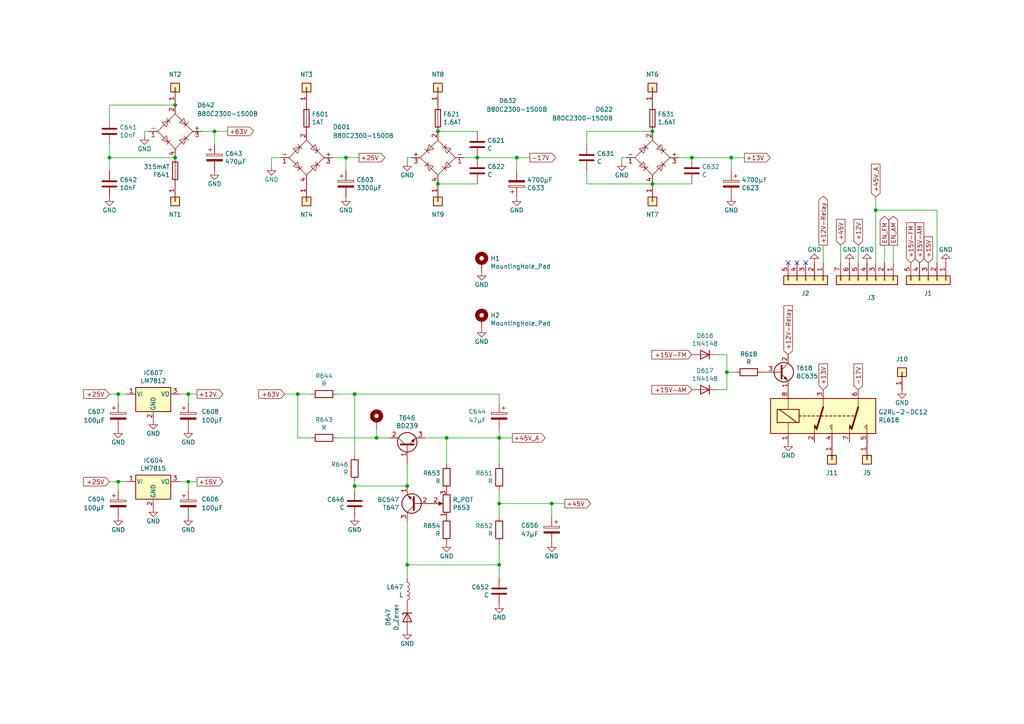
<source format=kicad_sch>
(kicad_sch (version 20230121) (generator eeschema)
  (paper "A4")
  (lib_symbols
    (symbol "Connector_Generic:Conn_01x01" (pin_names (offset 1.016) hide)
      (property "Reference" "J" (at 0 2.54 0))
      (property "Value" "Conn_01x01" (at 0 -2.54 0))
      (symbol "Conn_01x01_1_1"
        (rectangle (start -1.27 0.127) (end 0 -0.127) (stroke (width 0.1524)))
        (rectangle (start -1.27 1.27) (end 1.27 -1.27) (stroke (width 0.254)) (fill (type background)))
        (pin passive line (at -5.08 0 0) (length 3.81) (name "Pin_1") (number "1"))
      )
    )
    (symbol "Connector_Generic:Conn_01x05" (pin_names (offset 1.016) hide)
      (property "Reference" "J" (at 0 7.62 0))
      (property "Value" "Conn_01x05" (at 0 -7.62 0))
      (symbol "Conn_01x05_1_1"
        (rectangle (start -1.27 -4.953) (end 0 -5.207) (stroke (width 0.1524)))
        (rectangle (start -1.27 -2.413) (end 0 -2.667) (stroke (width 0.1524)))
        (rectangle (start -1.27 0.127) (end 0 -0.127) (stroke (width 0.1524)))
        (rectangle (start -1.27 2.667) (end 0 2.413) (stroke (width 0.1524)))
        (rectangle (start -1.27 5.207) (end 0 4.953) (stroke (width 0.1524)))
        (rectangle (start -1.27 6.35) (end 1.27 -6.35) (stroke (width 0.254)) (fill (type background)))
        (pin passive line (at -5.08 5.08 0) (length 3.81) (name "Pin_1") (number "1"))
        (pin passive line (at -5.08 2.54 0) (length 3.81) (name "Pin_2") (number "2"))
        (pin passive line (at -5.08 0 0) (length 3.81) (name "Pin_3") (number "3"))
        (pin passive line (at -5.08 -2.54 0) (length 3.81) (name "Pin_4") (number "4"))
        (pin passive line (at -5.08 -5.08 0) (length 3.81) (name "Pin_5") (number "5"))
      )
    )
    (symbol "Connector_Generic:Conn_01x07" (pin_names (offset 1.016) hide)
      (property "Reference" "J" (at 0 10.16 0))
      (property "Value" "Conn_01x07" (at 0 -10.16 0))
      (symbol "Conn_01x07_1_1"
        (rectangle (start -1.27 -7.493) (end 0 -7.747) (stroke (width 0.1524)))
        (rectangle (start -1.27 -4.953) (end 0 -5.207) (stroke (width 0.1524)))
        (rectangle (start -1.27 -2.413) (end 0 -2.667) (stroke (width 0.1524)))
        (rectangle (start -1.27 0.127) (end 0 -0.127) (stroke (width 0.1524)))
        (rectangle (start -1.27 2.667) (end 0 2.413) (stroke (width 0.1524)))
        (rectangle (start -1.27 5.207) (end 0 4.953) (stroke (width 0.1524)))
        (rectangle (start -1.27 7.747) (end 0 7.493) (stroke (width 0.1524)))
        (rectangle (start -1.27 8.89) (end 1.27 -8.89) (stroke (width 0.254)) (fill (type background)))
        (pin passive line (at -5.08 7.62 0) (length 3.81) (name "Pin_1") (number "1"))
        (pin passive line (at -5.08 5.08 0) (length 3.81) (name "Pin_2") (number "2"))
        (pin passive line (at -5.08 2.54 0) (length 3.81) (name "Pin_3") (number "3"))
        (pin passive line (at -5.08 0 0) (length 3.81) (name "Pin_4") (number "4"))
        (pin passive line (at -5.08 -2.54 0) (length 3.81) (name "Pin_5") (number "5"))
        (pin passive line (at -5.08 -5.08 0) (length 3.81) (name "Pin_6") (number "6"))
        (pin passive line (at -5.08 -7.62 0) (length 3.81) (name "Pin_7") (number "7"))
      )
    )
    (symbol "Device:C" (pin_numbers hide) (pin_names (offset 0.254))
      (property "Reference" "C" (at 0.635 2.54 0))
      (property "Value" "C" (at 0.635 -2.54 0))
      (symbol "C_0_1"
        (polyline (pts (xy -2.032 -0.762) (xy 2.032 -0.762)) (stroke (width 0.508)))
        (polyline (pts (xy -2.032 0.762) (xy 2.032 0.762)) (stroke (width 0.508)))
      )
      (symbol "C_1_1"
        (pin passive line (at 0 3.81 270) (length 2.794) (name "~") (number "1"))
        (pin passive line (at 0 -3.81 90) (length 2.794) (name "~") (number "2"))
      )
    )
    (symbol "Device:D_Zener" (pin_numbers hide) (pin_names (offset 1.016) hide)
      (property "Reference" "D" (at 0 2.54 0))
      (property "Value" "D_Zener" (at 0 -2.54 0))
      (symbol "D_Zener_0_1"
        (polyline (pts (xy 1.27 0) (xy -1.27 0)))
        (polyline (pts (xy -1.27 -1.27) (xy -1.27 1.27) (xy -0.762 1.27)) (stroke (width 0.254)))
        (polyline (pts (xy 1.27 -1.27) (xy 1.27 1.27) (xy -1.27 0) (xy 1.27 -1.27)) (stroke (width 0.254)))
      )
      (symbol "D_Zener_1_1"
        (pin passive line (at -3.81 0 0) (length 2.54) (name "K") (number "1"))
        (pin passive line (at 3.81 0 180) (length 2.54) (name "A") (number "2"))
      )
    )
    (symbol "Device:Fuse" (pin_numbers hide) (pin_names (offset 0))
      (property "Reference" "F" (at 2.032 0 90))
      (property "Value" "Fuse" (at -1.905 0 90))
      (symbol "Fuse_0_1"
        (rectangle (start -0.762 -2.54) (end 0.762 2.54) (stroke (width 0.254)))
        (polyline (pts (xy 0 2.54) (xy 0 -2.54)))
      )
      (symbol "Fuse_1_1"
        (pin passive line (at 0 3.81 270) (length 1.27) (name "~") (number "1"))
        (pin passive line (at 0 -3.81 90) (length 1.27) (name "~") (number "2"))
      )
    )
    (symbol "Device:L" (pin_numbers hide) (pin_names (offset 1.016) hide)
      (property "Reference" "L" (at -1.27 0 90))
      (property "Value" "L" (at 1.905 0 90))
      (symbol "L_0_1"
        (arc (start 0 -2.54) (mid 0.6323 -1.905) (end 0 -1.27))
        (arc (start 0 -1.27) (mid 0.6323 -0.635) (end 0 0))
        (arc (start 0 0) (mid 0.6323 0.635) (end 0 1.27))
        (arc (start 0 1.27) (mid 0.6323 1.905) (end 0 2.54))
      )
      (symbol "L_1_1"
        (pin passive line (at 0 3.81 270) (length 1.27) (name "1") (number "1"))
        (pin passive line (at 0 -3.81 90) (length 1.27) (name "2") (number "2"))
      )
    )
    (symbol "Device:R" (pin_numbers hide) (pin_names (offset 0))
      (property "Reference" "R" (at 2.032 0 90))
      (property "Value" "R" (at 0 0 90))
      (symbol "R_0_1"
        (rectangle (start -1.016 -2.54) (end 1.016 2.54) (stroke (width 0.254)))
      )
      (symbol "R_1_1"
        (pin passive line (at 0 3.81 270) (length 1.27) (name "~") (number "1"))
        (pin passive line (at 0 -3.81 90) (length 1.27) (name "~") (number "2"))
      )
    )
    (symbol "Diode:1N4148" (pin_numbers hide) (pin_names hide)
      (property "Reference" "D" (at 0 2.54 0))
      (property "Value" "1N4148" (at 0 -2.54 0))
      (symbol "1N4148_0_1"
        (polyline (pts (xy -1.27 1.27) (xy -1.27 -1.27)) (stroke (width 0.254)))
        (polyline (pts (xy 1.27 0) (xy -1.27 0)))
        (polyline (pts (xy 1.27 1.27) (xy 1.27 -1.27) (xy -1.27 0) (xy 1.27 1.27)) (stroke (width 0.254)))
      )
      (symbol "1N4148_1_1"
        (pin passive line (at -3.81 0 0) (length 2.54) (name "K") (number "1"))
        (pin passive line (at 3.81 0 180) (length 2.54) (name "A") (number "2"))
      )
    )
    (symbol "Diode_Bridge:B80C2300-1500B" (pin_names (offset 0))
      (property "Reference" "D" (at 2.54 6.985 0))
      (property "Value" "B80C2300-1500B" (at 2.54 5.08 0))
      (symbol "B80C2300-1500B_0_1"
        (polyline (pts (xy -2.54 3.81) (xy -1.27 2.54)))
        (polyline (pts (xy -1.27 -2.54) (xy -2.54 -3.81)))
        (polyline (pts (xy 2.54 -1.27) (xy 3.81 -2.54)))
        (polyline (pts (xy 2.54 1.27) (xy 3.81 2.54)))
        (polyline (pts (xy -3.81 2.54) (xy -2.54 1.27) (xy -1.905 3.175) (xy -3.81 2.54)))
        (polyline (pts (xy -2.54 -1.27) (xy -3.81 -2.54) (xy -1.905 -3.175) (xy -2.54 -1.27)))
        (polyline (pts (xy 1.27 2.54) (xy 2.54 3.81) (xy 3.175 1.905) (xy 1.27 2.54)))
        (polyline (pts (xy 3.175 -1.905) (xy 1.27 -2.54) (xy 2.54 -3.81) (xy 3.175 -1.905)))
        (polyline (pts (xy -5.08 0) (xy 0 -5.08) (xy 5.08 0) (xy 0 5.08) (xy -5.08 0)))
      )
      (symbol "B80C2300-1500B_1_1"
        (pin passive line (at -7.62 0 0) (length 2.54) (name "-") (number "1"))
        (pin passive line (at 0 7.62 270) (length 2.54) (name "~") (number "2"))
        (pin passive line (at 7.62 0 180) (length 2.54) (name "+") (number "3"))
        (pin passive line (at 0 -7.62 90) (length 2.54) (name "~") (number "4"))
      )
    )
    (symbol "Mechanical:MountingHole_Pad" (pin_numbers hide) (pin_names (offset 1.016) hide)
      (property "Reference" "H" (at 0 6.35 0))
      (property "Value" "MountingHole_Pad" (at 0 4.445 0))
      (symbol "MountingHole_Pad_0_1"
        (circle (center 0 1.27) (radius 1.27) (stroke (width 1.27)))
      )
      (symbol "MountingHole_Pad_1_1"
        (pin input line (at 0 -2.54 90) (length 2.54) (name "1") (number "1"))
      )
    )
    (symbol "Netzteil-Modul-rescue:BC547-Transistor_BJT" (pin_names (offset 0) hide)
      (property "Reference" "Q" (at 5.08 1.905 0))
      (property "Value" "BC547-Transistor_BJT" (at 5.08 0 0))
      (symbol "BC547-Transistor_BJT_0_1"
        (polyline (pts (xy 0 0) (xy 0.635 0)))
        (polyline (pts (xy 0.635 0.635) (xy 2.54 2.54)))
        (polyline (pts (xy 0.635 -0.635) (xy 2.54 -2.54) (xy 2.54 -2.54)))
        (polyline (pts (xy 0.635 1.905) (xy 0.635 -1.905) (xy 0.635 -1.905)) (stroke (width 0.508)))
        (polyline (pts (xy 1.27 -1.778) (xy 1.778 -1.27) (xy 2.286 -2.286) (xy 1.27 -1.778) (xy 1.27 -1.778)) (fill (type outline)))
        (circle (center 1.27 0) (radius 2.8194) (stroke (width 0.254)))
      )
      (symbol "BC547-Transistor_BJT_1_1"
        (pin passive line (at 2.54 -5.08 90) (length 2.54) (name "E") (number "1"))
        (pin input line (at -5.08 0 0) (length 5.08) (name "B") (number "2"))
        (pin passive line (at 2.54 5.08 270) (length 2.54) (name "C") (number "3"))
      )
    )
    (symbol "Netzteil-Modul-rescue:BC635-Transistor_BJT" (pin_names (offset 0) hide)
      (property "Reference" "Q" (at 5.08 1.905 0))
      (property "Value" "BC635-Transistor_BJT" (at 5.08 0 0))
      (symbol "BC635-Transistor_BJT_0_1"
        (polyline (pts (xy 0 0) (xy 0.635 0)))
        (polyline (pts (xy 0.635 0.635) (xy 2.54 2.54)))
        (polyline (pts (xy 0.635 -0.635) (xy 2.54 -2.54) (xy 2.54 -2.54)))
        (polyline (pts (xy 0.635 1.905) (xy 0.635 -1.905) (xy 0.635 -1.905)) (stroke (width 0.508)))
        (polyline (pts (xy 1.27 -1.778) (xy 1.778 -1.27) (xy 2.286 -2.286) (xy 1.27 -1.778) (xy 1.27 -1.778)) (fill (type outline)))
        (circle (center 1.27 0) (radius 2.8194) (stroke (width 0.254)))
      )
      (symbol "BC635-Transistor_BJT_1_1"
        (pin passive line (at 2.54 -5.08 90) (length 2.54) (name "E") (number "1"))
        (pin passive line (at 2.54 5.08 270) (length 2.54) (name "C") (number "2"))
        (pin input line (at -5.08 0 0) (length 5.08) (name "B") (number "3"))
      )
    )
    (symbol "Netzteil-Modul-rescue:CP-Device" (pin_numbers hide) (pin_names (offset 0.254))
      (property "Reference" "C" (at 0.635 2.54 0))
      (property "Value" "CP-Device" (at 0.635 -2.54 0))
      (symbol "CP-Device_0_1"
        (rectangle (start -2.286 0.508) (end 2.286 1.016))
        (polyline (pts (xy -1.778 2.286) (xy -0.762 2.286)))
        (polyline (pts (xy -1.27 2.794) (xy -1.27 1.778)))
        (rectangle (start 2.286 -0.508) (end -2.286 -1.016) (fill (type outline)))
      )
      (symbol "CP-Device_1_1"
        (pin passive line (at 0 3.81 270) (length 2.794) (name "~") (number "1"))
        (pin passive line (at 0 -3.81 90) (length 2.794) (name "~") (number "2"))
      )
    )
    (symbol "Netzteil-Modul-rescue:R_POT-Device" (pin_names (offset 1.016) hide)
      (property "Reference" "RV" (at -4.445 0 90))
      (property "Value" "R_POT-Device" (at -2.54 0 90))
      (symbol "R_POT-Device_0_1"
        (polyline (pts (xy 2.54 0) (xy 1.524 0)))
        (polyline (pts (xy 1.143 0) (xy 2.286 0.508) (xy 2.286 -0.508) (xy 1.143 0)) (fill (type outline)))
        (rectangle (start 1.016 2.54) (end -1.016 -2.54) (stroke (width 0.254)))
      )
      (symbol "R_POT-Device_1_1"
        (pin passive line (at 0 3.81 270) (length 1.27) (name "1") (number "1"))
        (pin passive line (at 3.81 0 180) (length 1.27) (name "2") (number "2"))
        (pin passive line (at 0 -3.81 90) (length 1.27) (name "3") (number "3"))
      )
    )
    (symbol "Regulator_Linear:LM7812_TO220" (pin_names (offset 0.254))
      (property "Reference" "U" (at -3.81 3.175 0))
      (property "Value" "LM7812_TO220" (at 0 3.175 0))
      (symbol "LM7812_TO220_0_1"
        (rectangle (start -5.08 1.905) (end 5.08 -5.08) (stroke (width 0.254)) (fill (type background)))
      )
      (symbol "LM7812_TO220_1_1"
        (pin power_in line (at -7.62 0 0) (length 2.54) (name "VI") (number "1"))
        (pin power_in line (at 0 -7.62 90) (length 2.54) (name "GND") (number "2"))
        (pin power_out line (at 7.62 0 180) (length 2.54) (name "VO") (number "3"))
      )
    )
    (symbol "Regulator_Linear:LM7815_TO220" (pin_names (offset 0.254))
      (property "Reference" "U" (at -3.81 3.175 0))
      (property "Value" "LM7815_TO220" (at 0 3.175 0))
      (symbol "LM7815_TO220_0_1"
        (rectangle (start -5.08 1.905) (end 5.08 -5.08) (stroke (width 0.254)) (fill (type background)))
      )
      (symbol "LM7815_TO220_1_1"
        (pin power_in line (at -7.62 0 0) (length 2.54) (name "VI") (number "1"))
        (pin power_in line (at 0 -7.62 90) (length 2.54) (name "GND") (number "2"))
        (pin power_out line (at 7.62 0 180) (length 2.54) (name "VO") (number "3"))
      )
    )
    (symbol "Relay:G2RL-2-DC12"
      (property "Reference" "RL" (at 16.51 3.81 0))
      (property "Value" "G2RL-2-DC12" (at 16.51 1.27 0))
      (symbol "G2RL-2-DC12_0_1"
        (rectangle (start -15.24 5.08) (end 15.24 -5.08) (stroke (width 0.254)) (fill (type background)))
        (rectangle (start -13.335 1.905) (end -6.985 -1.905) (stroke (width 0.254)))
        (polyline (pts (xy -12.7 -1.905) (xy -7.62 1.905)) (stroke (width 0.254)))
        (polyline (pts (xy -10.16 -5.08) (xy -10.16 -1.905)))
        (polyline (pts (xy -10.16 5.08) (xy -10.16 1.905)))
        (polyline (pts (xy -6.985 0) (xy -6.35 0)) (stroke (width 0.254)))
        (polyline (pts (xy -5.715 0) (xy -5.08 0)) (stroke (width 0.254)))
        (polyline (pts (xy -4.445 0) (xy -3.81 0)) (stroke (width 0.254)))
        (polyline (pts (xy -3.175 0) (xy -2.54 0)) (stroke (width 0.254)))
        (polyline (pts (xy -1.905 0) (xy -1.27 0)) (stroke (width 0.254)))
        (polyline (pts (xy -0.635 0) (xy 0 0)) (stroke (width 0.254)))
        (polyline (pts (xy 0 -2.54) (xy -1.905 3.81)) (stroke (width 0.508)))
        (polyline (pts (xy 0 -2.54) (xy 0 -5.08)))
        (polyline (pts (xy 0.635 0) (xy 1.27 0)) (stroke (width 0.254)))
        (polyline (pts (xy 1.905 0) (xy 2.54 0)) (stroke (width 0.254)))
        (polyline (pts (xy 3.175 0) (xy 3.81 0)) (stroke (width 0.254)))
        (polyline (pts (xy 4.445 0) (xy 5.08 0)) (stroke (width 0.254)))
        (polyline (pts (xy 5.715 0) (xy 6.35 0)) (stroke (width 0.254)))
        (polyline (pts (xy 6.985 0) (xy 7.62 0)) (stroke (width 0.254)))
        (polyline (pts (xy 8.255 0) (xy 8.89 0)) (stroke (width 0.254)))
        (polyline (pts (xy 10.16 -2.54) (xy 8.255 3.81)) (stroke (width 0.508)))
        (polyline (pts (xy 10.16 -2.54) (xy 10.16 -5.08)))
        (polyline (pts (xy -2.54 5.08) (xy -2.54 2.54) (xy -1.905 3.175) (xy -2.54 3.81)) (fill (type outline)))
        (polyline (pts (xy 2.54 5.08) (xy 2.54 2.54) (xy 1.905 3.175) (xy 2.54 3.81)))
        (polyline (pts (xy 7.62 5.08) (xy 7.62 2.54) (xy 8.255 3.175) (xy 7.62 3.81)) (fill (type outline)))
        (polyline (pts (xy 12.7 5.08) (xy 12.7 2.54) (xy 12.065 3.175) (xy 12.7 3.81)))
      )
      (symbol "G2RL-2-DC12_1_1"
        (pin passive line (at -10.16 7.62 270) (length 2.54) (name "~") (number "1"))
        (pin passive line (at -2.54 7.62 270) (length 2.54) (name "~") (number "2"))
        (pin passive line (at 0 -7.62 90) (length 2.54) (name "~") (number "3"))
        (pin passive line (at 2.54 7.62 270) (length 2.54) (name "~") (number "4"))
        (pin passive line (at 12.7 7.62 270) (length 2.54) (name "~") (number "5"))
        (pin passive line (at 10.16 -7.62 90) (length 2.54) (name "~") (number "6"))
        (pin passive line (at 7.62 7.62 270) (length 2.54) (name "~") (number "7"))
        (pin passive line (at -10.16 -7.62 90) (length 2.54) (name "~") (number "8"))
      )
    )
    (symbol "Transistor_BJT:BC636" (pin_names (offset 0) hide)
      (property "Reference" "Q" (at 5.08 1.905 0))
      (property "Value" "BC636" (at 5.08 0 0))
      (symbol "BC636_0_1"
        (polyline (pts (xy 0 0) (xy 0.635 0)))
        (polyline (pts (xy 2.54 -2.54) (xy 0.635 -0.635)))
        (polyline (pts (xy 2.54 2.54) (xy 0.635 0.635)))
        (polyline (pts (xy 0.635 1.905) (xy 0.635 -1.905) (xy 0.635 -1.905)) (stroke (width 0.508)) (fill (type outline)))
        (polyline (pts (xy 1.397 -1.905) (xy 1.905 -1.397) (xy 0.889 -0.889) (xy 1.397 -1.905) (xy 1.397 -1.905)) (fill (type outline)))
        (circle (center 1.27 0) (radius 2.8194) (stroke (width 0.254)))
      )
      (symbol "BC636_1_1"
        (pin passive line (at 2.54 -5.08 90) (length 2.54) (name "E") (number "1"))
        (pin passive line (at 2.54 5.08 270) (length 2.54) (name "C") (number "2"))
        (pin input line (at -5.08 0 0) (length 5.08) (name "B") (number "3"))
      )
    )
    (symbol "Transistor_BJT:BD911" (pin_names (offset 0) hide)
      (property "Reference" "Q" (at 6.35 1.905 0))
      (property "Value" "BD911" (at 6.35 0 0))
      (symbol "BD911_0_1"
        (polyline (pts (xy 0.635 0.635) (xy 2.54 2.54)))
        (polyline (pts (xy 0.635 -0.635) (xy 2.54 -2.54) (xy 2.54 -2.54)))
        (polyline (pts (xy 0.635 1.905) (xy 0.635 -1.905) (xy 0.635 -1.905)) (stroke (width 0.508)))
        (polyline (pts (xy 1.27 -1.778) (xy 1.778 -1.27) (xy 2.286 -2.286) (xy 1.27 -1.778) (xy 1.27 -1.778)) (fill (type outline)))
        (circle (center 1.27 0) (radius 2.8194) (stroke (width 0.254)))
      )
      (symbol "BD911_1_1"
        (pin input line (at -5.08 0 0) (length 5.715) (name "B") (number "1"))
        (pin passive line (at 2.54 5.08 270) (length 2.54) (name "C") (number "2"))
        (pin passive line (at 2.54 -5.08 90) (length 2.54) (name "E") (number "3"))
      )
    )
    (symbol "power:GND" (power) (pin_names (offset 0))
      (property "Value" "GND" (at 0 -3.81 0))
      (symbol "GND_0_1"
        (polyline (pts (xy 0 0) (xy 0 -1.27) (xy 1.27 -1.27) (xy 0 -2.54) (xy -1.27 -1.27) (xy 0 -1.27)))
      )
      (symbol "GND_1_1"
        (pin power_in line (at 0 0 270) (length 0) hide (name "GND") (number "1"))
      )
    )
  )
  (junction (at 189.23 38.1))
  (junction (at 212.09 45.72))
  (junction (at 138.43 45.72))
  (junction (at 54.61 114.3))
  (junction (at 109.22 127))
  (junction (at 160.02 146.05))
  (junction (at 31.75 45.72))
  (junction (at 29.21 233.68))
  (junction (at 88.9 232.41))
  (junction (at 102.87 114.3))
  (junction (at 54.61 139.7))
  (junction (at 62.23 38.1))
  (junction (at 118.11 163.83))
  (junction (at 50.8 45.72))
  (junction (at 200.66 45.72))
  (junction (at 29.21 241.3))
  (junction (at 144.78 163.83))
  (junction (at 129.54 127))
  (junction (at 100.33 45.72))
  (junction (at 34.29 139.7))
  (junction (at 86.36 114.3))
  (junction (at 127 53.34))
  (junction (at 149.86 45.72))
  (junction (at 144.78 127))
  (junction (at 254 60.96))
  (junction (at 127 38.1))
  (junction (at 210.82 107.95))
  (junction (at 118.11 140.97))
  (junction (at 88.9 240.03))
  (junction (at 34.29 114.3))
  (junction (at 189.23 53.34))
  (junction (at 50.8 30.48))
  (junction (at 102.87 140.97))
  (junction (at 144.78 146.05))
  (no_connect (at 228.6 76.2))
  (no_connect (at 231.14 76.2))
  (no_connect (at 233.68 76.2))
  (wire (pts (xy 149.86 45.72) (xy 138.43 45.72)))
  (wire (pts (xy 210.82 113.03) (xy 208.28 113.03)))
  (wire (pts (xy 144.78 146.05) (xy 144.78 149.86)))
  (wire (pts (xy 153.67 45.72) (xy 149.86 45.72)))
  (wire (pts (xy 129.54 127) (xy 123.19 127)))
  (wire (pts (xy 212.09 45.72) (xy 200.66 45.72)))
  (wire (pts (xy 50.8 30.48) (xy 31.75 30.48)))
  (wire (pts (xy 243.84 71.12) (xy 243.84 76.2)))
  (wire (pts (xy 34.29 116.84) (xy 34.29 114.3)))
  (wire (pts (xy 34.29 114.3) (xy 36.83 114.3)))
  (wire (pts (xy 118.11 151.13) (xy 118.11 163.83)))
  (wire (pts (xy 144.78 127) (xy 129.54 127)))
  (wire (pts (xy 102.87 114.3) (xy 144.78 114.3)))
  (wire (pts (xy 118.11 163.83) (xy 118.11 167.64)))
  (wire (pts (xy 52.07 114.3) (xy 54.61 114.3)))
  (wire (pts (xy 34.29 139.7) (xy 36.83 139.7)))
  (wire (pts (xy 181.61 45.72) (xy 180.34 45.72)))
  (wire (pts (xy 271.78 60.96) (xy 271.78 76.2)))
  (wire (pts (xy 50.8 45.72) (xy 31.75 45.72)))
  (wire (pts (xy 144.78 163.83) (xy 144.78 167.64)))
  (wire (pts (xy 109.22 124.46) (xy 109.22 127)))
  (wire (pts (xy 256.54 71.12) (xy 256.54 76.2)))
  (wire (pts (xy 118.11 134.62) (xy 118.11 140.97)))
  (wire (pts (xy 41.91 38.1) (xy 41.91 39.37)))
  (wire (pts (xy 100.33 45.72) (xy 96.52 45.72)))
  (wire (pts (xy 102.87 132.08) (xy 102.87 114.3)))
  (wire (pts (xy 160.02 146.05) (xy 144.78 146.05)))
  (wire (pts (xy 170.18 41.91) (xy 170.18 38.1)))
  (wire (pts (xy 180.34 45.72) (xy 180.34 46.99)))
  (wire (pts (xy 31.75 139.7) (xy 34.29 139.7)))
  (wire (pts (xy 208.28 102.87) (xy 210.82 102.87)))
  (wire (pts (xy 149.86 49.53) (xy 149.86 45.72)))
  (wire (pts (xy 102.87 140.97) (xy 102.87 142.24)))
  (wire (pts (xy 100.33 49.53) (xy 100.33 45.72)))
  (wire (pts (xy 109.22 127) (xy 97.79 127)))
  (wire (pts (xy 170.18 49.53) (xy 170.18 53.34)))
  (wire (pts (xy 31.75 41.91) (xy 31.75 45.72)))
  (wire (pts (xy 148.59 127) (xy 144.78 127)))
  (wire (pts (xy 213.36 107.95) (xy 210.82 107.95)))
  (wire (pts (xy 66.04 38.1) (xy 62.23 38.1)))
  (wire (pts (xy 160.02 149.86) (xy 160.02 146.05)))
  (wire (pts (xy 31.75 45.72) (xy 31.75 49.53)))
  (wire (pts (xy 215.9 45.72) (xy 212.09 45.72)))
  (wire (pts (xy 119.38 45.72) (xy 118.11 45.72)))
  (wire (pts (xy 144.78 114.3) (xy 144.78 116.84)))
  (wire (pts (xy 54.61 116.84) (xy 54.61 114.3)))
  (wire (pts (xy 170.18 53.34) (xy 189.23 53.34)))
  (wire (pts (xy 78.74 48.26) (xy 78.74 45.72)))
  (wire (pts (xy 210.82 102.87) (xy 210.82 107.95)))
  (wire (pts (xy 82.55 114.3) (xy 86.36 114.3)))
  (wire (pts (xy 86.36 232.41) (xy 88.9 232.41)))
  (wire (pts (xy 26.67 233.68) (xy 29.21 233.68)))
  (wire (pts (xy 29.21 241.3) (xy 40.64 241.3)))
  (wire (pts (xy 144.78 142.24) (xy 144.78 146.05)))
  (wire (pts (xy 113.03 127) (xy 109.22 127)))
  (wire (pts (xy 102.87 139.7) (xy 102.87 140.97)))
  (wire (pts (xy 138.43 53.34) (xy 127 53.34)))
  (wire (pts (xy 54.61 114.3) (xy 57.15 114.3)))
  (wire (pts (xy 210.82 107.95) (xy 210.82 113.03)))
  (wire (pts (xy 29.21 233.68) (xy 35.56 233.68)))
  (wire (pts (xy 170.18 38.1) (xy 189.23 38.1)))
  (wire (pts (xy 86.36 114.3) (xy 86.36 127)))
  (wire (pts (xy 54.61 142.24) (xy 54.61 139.7)))
  (wire (pts (xy 43.18 38.1) (xy 41.91 38.1)))
  (wire (pts (xy 254 76.2) (xy 254 60.96)))
  (wire (pts (xy 62.23 41.91) (xy 62.23 38.1)))
  (wire (pts (xy 104.14 45.72) (xy 100.33 45.72)))
  (wire (pts (xy 134.62 45.72) (xy 138.43 45.72)))
  (wire (pts (xy 238.76 71.12) (xy 238.76 76.2)))
  (wire (pts (xy 31.75 114.3) (xy 34.29 114.3)))
  (wire (pts (xy 118.11 163.83) (xy 144.78 163.83)))
  (wire (pts (xy 259.08 71.12) (xy 259.08 76.2)))
  (wire (pts (xy 196.85 45.72) (xy 200.66 45.72)))
  (wire (pts (xy 86.36 127) (xy 90.17 127)))
  (wire (pts (xy 144.78 157.48) (xy 144.78 163.83)))
  (wire (pts (xy 88.9 240.03) (xy 100.33 240.03)))
  (wire (pts (xy 118.11 140.97) (xy 102.87 140.97)))
  (wire (pts (xy 163.83 146.05) (xy 160.02 146.05)))
  (wire (pts (xy 62.23 38.1) (xy 58.42 38.1)))
  (wire (pts (xy 97.79 114.3) (xy 102.87 114.3)))
  (wire (pts (xy 212.09 49.53) (xy 212.09 45.72)))
  (wire (pts (xy 52.07 139.7) (xy 54.61 139.7)))
  (wire (pts (xy 144.78 127) (xy 144.78 134.62)))
  (wire (pts (xy 31.75 30.48) (xy 31.75 34.29)))
  (wire (pts (xy 144.78 124.46) (xy 144.78 127)))
  (wire (pts (xy 248.92 71.12) (xy 248.92 76.2)))
  (wire (pts (xy 54.61 139.7) (xy 57.15 139.7)))
  (wire (pts (xy 78.74 45.72) (xy 81.28 45.72)))
  (wire (pts (xy 118.11 45.72) (xy 118.11 46.99)))
  (wire (pts (xy 127 38.1) (xy 138.43 38.1)))
  (wire (pts (xy 88.9 232.41) (xy 95.25 232.41)))
  (wire (pts (xy 34.29 142.24) (xy 34.29 139.7)))
  (wire (pts (xy 189.23 53.34) (xy 200.66 53.34)))
  (wire (pts (xy 254 57.15) (xy 254 60.96)))
  (wire (pts (xy 129.54 134.62) (xy 129.54 127)))
  (wire (pts (xy 90.17 114.3) (xy 86.36 114.3)))
  (wire (pts (xy 254 60.96) (xy 271.78 60.96)))
  (global_label "+25V" (shape input) (at 31.75 139.7 180) (property "Intersheetrefs" "${INTERSHEET_REFS}" (effects hide)))
  (global_label "+45V" (shape output) (at 163.83 146.05 0) (property "Intersheetrefs" "${INTERSHEET_REFS}" (effects hide)))
  (global_label "+15V-FM" (shape output) (at 45.72 233.68 0) (property "Intersheetrefs" "${INTERSHEET_REFS}" (effects hide)))
  (global_label "+63V" (shape output) (at 66.04 38.1 0) (property "Intersheetrefs" "${INTERSHEET_REFS}" (effects hide)))
  (global_label "+15V" (shape input) (at 26.67 233.68 180) (property "Intersheetrefs" "${INTERSHEET_REFS}" (effects hide)))
  (global_label "EN_FM" (shape output) (at 256.54 71.12 90) (property "Intersheetrefs" "${INTERSHEET_REFS}" (effects hide)))
  (global_label "-17V" (shape input) (at 248.92 113.03 90) (property "Intersheetrefs" "${INTERSHEET_REFS}" (effects hide)))
  (global_label "+25V" (shape output) (at 104.14 45.72 0) (property "Intersheetrefs" "${INTERSHEET_REFS}" (effects hide)))
  (global_label "+15V" (shape output) (at 57.15 139.7 0) (property "Intersheetrefs" "${INTERSHEET_REFS}" (effects hide)))
  (global_label "+63V" (shape input) (at 82.55 114.3 180) (property "Intersheetrefs" "${INTERSHEET_REFS}" (effects hide)))
  (global_label "+15V-AM" (shape input) (at 200.66 113.03 180) (property "Intersheetrefs" "${INTERSHEET_REFS}" (effects hide)))
  (global_label "+12V-Relay" (shape input) (at 228.6 102.87 90) (property "Intersheetrefs" "${INTERSHEET_REFS}" (effects hide)))
  (global_label "+45V" (shape input) (at 243.84 71.12 90) (property "Intersheetrefs" "${INTERSHEET_REFS}" (effects hide)))
  (global_label "+15V-AM" (shape input) (at 266.7 76.2 90) (property "Intersheetrefs" "${INTERSHEET_REFS}" (effects hide)))
  (global_label "+25V" (shape input) (at 31.75 114.3 180) (property "Intersheetrefs" "${INTERSHEET_REFS}" (effects hide)))
  (global_label "+15V-AM" (shape output) (at 105.41 232.41 0) (property "Intersheetrefs" "${INTERSHEET_REFS}" (effects hide)))
  (global_label "+12V" (shape input) (at 248.92 71.12 90) (property "Intersheetrefs" "${INTERSHEET_REFS}" (effects hide)))
  (global_label "+15V-FM" (shape input) (at 200.66 102.87 180) (property "Intersheetrefs" "${INTERSHEET_REFS}" (effects hide)))
  (global_label "EN_AM" (shape output) (at 259.08 71.12 90) (property "Intersheetrefs" "${INTERSHEET_REFS}" (effects hide)))
  (global_label "+13V" (shape output) (at 215.9 45.72 0) (property "Intersheetrefs" "${INTERSHEET_REFS}" (effects hide)))
  (global_label "-17V" (shape output) (at 153.67 45.72 0) (property "Intersheetrefs" "${INTERSHEET_REFS}" (effects hide)))
  (global_label "+12V" (shape output) (at 57.15 114.3 0) (property "Intersheetrefs" "${INTERSHEET_REFS}" (effects hide)))
  (global_label "EN_AM" (shape input) (at 88.9 247.65 270) (property "Intersheetrefs" "${INTERSHEET_REFS}" (effects hide)))
  (global_label "+45V_A" (shape output) (at 148.59 127 0) (property "Intersheetrefs" "${INTERSHEET_REFS}" (effects hide)))
  (global_label "+13V" (shape input) (at 238.76 113.03 90) (property "Intersheetrefs" "${INTERSHEET_REFS}" (effects hide)))
  (global_label "EN_FM" (shape input) (at 29.21 248.92 270) (property "Intersheetrefs" "${INTERSHEET_REFS}" (effects hide)))
  (global_label "+15V" (shape input) (at 86.36 232.41 180) (property "Intersheetrefs" "${INTERSHEET_REFS}" (effects hide)))
  (global_label "+12V-Relay" (shape output) (at 238.76 71.12 90) (property "Intersheetrefs" "${INTERSHEET_REFS}" (effects hide)))
  (global_label "+45V_A" (shape input) (at 254 57.15 90) (property "Intersheetrefs" "${INTERSHEET_REFS}" (effects hide)))
  (global_label "+15V" (shape input) (at 269.24 76.2 90) (property "Intersheetrefs" "${INTERSHEET_REFS}" (effects hide)))
  (global_label "+15V-FM" (shape input) (at 264.16 76.2 90) (property "Intersheetrefs" "${INTERSHEET_REFS}" (effects hide)))
  (symbol (lib_id "Connector_Generic:Conn_01x01") (at 50.8 58.42 270) (unit 1)
    (property "Reference" "NT1" (at 50.8 62.23 90))
    (property "Value" "Conn_01x01" (effects hide))
    (property "Footprint" "Wire_Pads:SolderWirePad_single_1-2mmDrill" (effects hide))
  )
  (symbol (lib_id "Connector_Generic:Conn_01x01") (at 50.8 25.4 90) (unit 1)
    (property "Reference" "NT2" (at 50.8 21.59 90))
    (property "Value" "Conn_01x01" (effects hide))
    (property "Footprint" "Wire_Pads:SolderWirePad_single_1-2mmDrill" (effects hide))
  )
  (symbol (lib_id "Connector_Generic:Conn_01x01") (at 88.9 25.4 90) (unit 1)
    (property "Reference" "NT3" (at 88.9 21.59 90))
    (property "Value" "Conn_01x01" (effects hide))
    (property "Footprint" "Wire_Pads:SolderWirePad_single_1-2mmDrill" (effects hide))
  )
  (symbol (lib_id "Connector_Generic:Conn_01x01") (at 88.9 58.42 270) (unit 1)
    (property "Reference" "NT4" (at 88.9 62.23 90))
    (property "Value" "Conn_01x01" (effects hide))
    (property "Footprint" "Wire_Pads:SolderWirePad_single_1-2mmDrill" (effects hide))
  )
  (symbol (lib_id "Connector_Generic:Conn_01x01") (at 189.23 25.4 90) (unit 1)
    (property "Reference" "NT6" (at 189.23 21.59 90))
    (property "Value" "Conn_01x01" (effects hide))
    (property "Footprint" "Wire_Pads:SolderWirePad_single_1-2mmDrill" (effects hide))
  )
  (symbol (lib_id "Connector_Generic:Conn_01x01") (at 189.23 58.42 270) (unit 1)
    (property "Reference" "NT7" (at 189.23 62.23 90))
    (property "Value" "Conn_01x01" (effects hide))
    (property "Footprint" "Wire_Pads:SolderWirePad_single_1-2mmDrill" (effects hide))
  )
  (symbol (lib_id "Connector_Generic:Conn_01x01") (at 127 25.4 90) (unit 1)
    (property "Reference" "NT8" (at 127 21.59 90))
    (property "Value" "Conn_01x01" (effects hide))
    (property "Footprint" "Wire_Pads:SolderWirePad_single_1-2mmDrill" (effects hide))
  )
  (symbol (lib_id "Connector_Generic:Conn_01x01") (at 127 58.42 270) (unit 1)
    (property "Reference" "NT9" (at 127 62.23 90))
    (property "Value" "Conn_01x01" (effects hide))
    (property "Footprint" "Wire_Pads:SolderWirePad_single_1-2mmDrill" (effects hide))
  )
  (symbol (lib_id "Connector_Generic:Conn_01x01") (at 251.46 133.35 270) (unit 1)
    (property "Reference" "J5" (at 251.46 137.16 90))
    (property "Value" "Conn_01x01" (effects hide))
    (property "Footprint" "Wire_Pads:SolderWirePad_single_1-2mmDrill" (effects hide))
  )
  (symbol (lib_id "Connector_Generic:Conn_01x01") (at 261.62 107.95 90) (unit 1)
    (property "Reference" "J10" (at 261.62 104.14 90))
    (property "Value" "Conn_01x01" (effects hide))
    (property "Footprint" "Wire_Pads:SolderWirePad_single_1-2mmDrill" (effects hide))
  )
  (symbol (lib_id "Connector_Generic:Conn_01x01") (at 241.3 133.35 270) (unit 1)
    (property "Reference" "J11" (at 241.3 137.16 90))
    (property "Value" "Conn_01x01" (effects hide))
    (property "Footprint" "Wire_Pads:SolderWirePad_single_1-2mmDrill" (effects hide))
  )
  (symbol (lib_id "Device:Fuse") (at 50.8 49.53 180) (unit 1)
    (property "Reference" "F641" (at 49.276 50.6984 0) (effects (justify left)))
    (property "Value" "315mAT" (at 49.276 48.387 0) (effects (justify left)))
    (property "Footprint" "Fuse_Holders_and_Fuses:Fuseholder5x20_horiz_open_inline_Type-I" (effects hide))
  )
  (symbol (lib_id "Device:Fuse") (at 127 34.29 0) (unit 1)
    (property "Reference" "F621" (at 128.524 33.1216 0) (effects (justify left)))
    (property "Value" "1.6AT" (at 128.524 35.433 0) (effects (justify left)))
    (property "Footprint" "Fuse_Holders_and_Fuses:Fuseholder5x20_horiz_open_inline_Type-I" (effects hide))
  )
  (symbol (lib_id "Device:Fuse") (at 88.9 34.29 0) (unit 1)
    (property "Reference" "F601" (at 90.424 33.1216 0) (effects (justify left)))
    (property "Value" "1AT" (at 90.424 35.433 0) (effects (justify left)))
    (property "Footprint" "Fuse_Holders_and_Fuses:Fuseholder5x20_horiz_open_inline_Type-I" (effects hide))
  )
  (symbol (lib_id "Device:Fuse") (at 189.23 34.29 0) (unit 1)
    (property "Reference" "F631" (at 190.754 33.1216 0) (effects (justify left)))
    (property "Value" "1.6AT" (at 190.754 35.433 0) (effects (justify left)))
    (property "Footprint" "Fuse_Holders_and_Fuses:Fuseholder5x20_horiz_open_inline_Type-I" (effects hide))
  )
  (symbol (lib_id "Relay:G2RL-2-DC12") (at 238.76 120.65 0) (mirror x) (unit 1)
    (property "Reference" "RL618" (at 254.762 121.8184 0) (effects (justify left)))
    (property "Value" "G2RL-2-DC12" (at 254.762 119.507 0) (effects (justify left)))
    (property "Footprint" "Netzteil-Modul:Relay_DPDTRT2_RM5mm" (effects hide))
    (property "Datasheet" "https://omronfs.omron.com/en_US/ecb/products/pdf/en-g2rl.pdf" (effects hide))
  )
  (symbol (lib_id "Diode_Bridge:B80C2300-1500B") (at 50.8 38.1 0) (unit 1)
    (property "Reference" "D642" (at 57.15 30.48 0) (effects (justify left)))
    (property "Value" "B80C2300-1500B" (at 57.15 33.02 0) (effects (justify left)))
    (property "Footprint" "Diode_THT:Diode_Bridge_19.0x3.5x10.0mm_P5.0mm" (effects hide))
    (property "Datasheet" "https://diotec.com/tl_files/diotec/files/pdf/datasheets/b40c2300.pdf" (effects hide))
  )
  (symbol (lib_id "Diode_Bridge:B80C2300-1500B") (at 127 45.72 0) (mirror y) (unit 1)
    (property "Reference" "D632" (at 149.86 29.21 0) (effects (justify left)))
    (property "Value" "B80C2300-1500B" (at 158.75 31.75 0) (effects (justify left)))
    (property "Footprint" "Diode_THT:Diode_Bridge_19.0x3.5x10.0mm_P5.0mm" (effects hide))
    (property "Datasheet" "https://diotec.com/tl_files/diotec/files/pdf/datasheets/b40c2300.pdf" (effects hide))
  )
  (symbol (lib_id "Diode_Bridge:B80C2300-1500B") (at 88.9 45.72 0) (unit 1)
    (property "Reference" "D601" (at 96.52 36.83 0) (effects (justify left)))
    (property "Value" "B80C2300-1500B" (at 96.52 39.37 0) (effects (justify left)))
    (property "Footprint" "Diode_THT:Diode_Bridge_19.0x3.5x10.0mm_P5.0mm" (effects hide))
    (property "Datasheet" "https://diotec.com/tl_files/diotec/files/pdf/datasheets/b40c2300.pdf" (effects hide))
  )
  (symbol (lib_id "Diode_Bridge:B80C2300-1500B") (at 189.23 45.72 0) (unit 1)
    (property "Reference" "D622" (at 177.8 31.75 0) (effects (justify right)))
    (property "Value" "B80C2300-1500B" (at 177.8 34.29 0) (effects (justify right)))
    (property "Footprint" "Diode_THT:Diode_Bridge_19.0x3.5x10.0mm_P5.0mm" (effects hide))
    (property "Datasheet" "https://diotec.com/tl_files/diotec/files/pdf/datasheets/b40c2300.pdf" (effects hide))
  )
  (symbol (lib_id "Netzteil-Modul-rescue:CP-Device") (at 62.23 45.72 0) (unit 1)
    (property "Reference" "C643" (at 65.2272 44.5516 0) (effects (justify left)))
    (property "Value" "470µF" (at 65.2272 46.863 0) (effects (justify left)))
    (property "Footprint" "Capacitor_THT:CP_Radial_D16.0mm_P7.50mm" (effects hide))
  )
  (symbol (lib_id "Netzteil-Modul-rescue:CP-Device") (at 212.09 53.34 0) (mirror y) (unit 1)
    (property "Reference" "C623" (at 215.0872 54.5084 0) (effects (justify right)))
    (property "Value" "4700µF" (at 215.0872 52.197 0) (effects (justify right)))
    (property "Footprint" "Capacitor_THT:CP_Radial_D18.0mm_P7.50mm" (effects hide))
  )
  (symbol (lib_id "Netzteil-Modul-rescue:CP-Device") (at 100.33 53.34 0) (unit 1)
    (property "Reference" "C603" (at 103.3272 52.1716 0) (effects (justify left)))
    (property "Value" "3300µF" (at 103.3272 54.483 0) (effects (justify left)))
    (property "Footprint" "Capacitor_THT:CP_Radial_D18.0mm_P7.50mm" (effects hide))
  )
  (symbol (lib_id "Netzteil-Modul-rescue:CP-Device") (at 149.86 53.34 0) (mirror x) (unit 1)
    (property "Reference" "C633" (at 152.8572 54.5084 0) (effects (justify left)))
    (property "Value" "4700µF" (at 152.8572 52.197 0) (effects (justify left)))
    (property "Footprint" "Capacitor_THT:CP_Radial_D18.0mm_P7.50mm" (effects hide))
  )
  (symbol (lib_id "power:GND") (at 180.34 46.99 0) (unit 1)
    (property "Reference" "#PWR0101" (effects hide))
    (property "Value" "GND" (at 180.34 50.8 0))
  )
  (symbol (lib_id "power:GND") (at 118.11 46.99 0) (unit 1)
    (property "Reference" "#PWR0102" (effects hide))
    (property "Value" "GND" (at 118.11 50.8 0))
  )
  (symbol (lib_id "power:GND") (at 78.74 48.26 0) (unit 1)
    (property "Reference" "#PWR0103" (effects hide))
    (property "Value" "GND" (at 78.74 52.07 0))
  )
  (symbol (lib_id "power:GND") (at 41.91 39.37 0) (unit 1)
    (property "Reference" "#PWR0104" (effects hide))
    (property "Value" "GND" (at 41.91 43.18 0))
  )
  (symbol (lib_id "power:GND") (at 62.23 49.53 0) (unit 1)
    (property "Reference" "#PWR0105" (effects hide))
    (property "Value" "GND" (at 62.23 53.34 0))
  )
  (symbol (lib_id "power:GND") (at 100.33 57.15 0) (unit 1)
    (property "Reference" "#PWR0106" (effects hide))
    (property "Value" "GND" (at 100.33 60.96 0))
  )
  (symbol (lib_id "power:GND") (at 212.09 57.15 0) (unit 1)
    (property "Reference" "#PWR0107" (effects hide))
    (property "Value" "GND" (at 212.09 60.96 0))
  )
  (symbol (lib_id "power:GND") (at 149.86 57.15 0) (unit 1)
    (property "Reference" "#PWR0108" (effects hide))
    (property "Value" "GND" (at 149.86 60.96 0))
  )
  (symbol (lib_id "Regulator_Linear:LM7812_TO220") (at 44.45 114.3 0) (unit 1)
    (property "Reference" "IC607" (at 44.45 108.1532 0))
    (property "Value" "LM7812" (at 44.45 110.4646 0))
    (property "Footprint" "Package_TO_SOT_THT:TO-220-3_Vertical" (effects hide))
    (property "Datasheet" "https://www.onsemi.cn/PowerSolutions/document/MC7800-D.PDF" (effects hide))
  )
  (symbol (lib_id "Regulator_Linear:LM7815_TO220") (at 44.45 139.7 0) (unit 1)
    (property "Reference" "IC604" (at 44.45 133.5532 0))
    (property "Value" "LM7815" (at 44.45 135.8646 0))
    (property "Footprint" "Package_TO_SOT_THT:TO-220-3_Vertical" (effects hide))
    (property "Datasheet" "https://www.onsemi.cn/PowerSolutions/document/MC7800-D.PDF" (effects hide))
  )
  (symbol (lib_id "Transistor_BJT:BD911") (at 118.11 129.54 90) (unit 1)
    (property "Reference" "T646" (at 118.11 121.2088 90))
    (property "Value" "BD239" (at 118.11 123.5202 90))
    (property "Footprint" "Package_TO_SOT_THT:TO-220-3_Vertical" (effects hide))
    (property "Datasheet" "http://www.st.com/internet/com/TECHNICAL_RESOURCES/TECHNICAL_LITERATURE/DATASHEET/CD00001277.pdf" (effects hide))
  )
  (symbol (lib_id "power:GND") (at 44.45 121.92 0) (unit 1)
    (property "Reference" "#PWR0109" (effects hide))
    (property "Value" "GND" (at 44.45 125.73 0))
  )
  (symbol (lib_id "power:GND") (at 44.45 147.32 0) (unit 1)
    (property "Reference" "#PWR0110" (effects hide))
    (property "Value" "GND" (at 44.45 151.13 0))
  )
  (symbol (lib_id "Netzteil-Modul-rescue:CP-Device") (at 54.61 146.05 0) (unit 1)
    (property "Reference" "C606" (at 58.42 144.78 0) (effects (justify left)))
    (property "Value" "100µF" (at 58.42 147.32 0) (effects (justify left)))
    (property "Footprint" "Capacitor_THT:CP_Radial_D8.0mm_P3.50mm" (effects hide))
  )
  (symbol (lib_id "Netzteil-Modul-rescue:CP-Device") (at 34.29 120.65 0) (unit 1)
    (property "Reference" "C607" (at 30.48 119.38 0) (effects (justify right)))
    (property "Value" "100µF" (at 30.48 121.92 0) (effects (justify right)))
    (property "Footprint" "Capacitor_THT:CP_Radial_D8.0mm_P3.50mm" (effects hide))
  )
  (symbol (lib_id "Netzteil-Modul-rescue:CP-Device") (at 54.61 120.65 0) (unit 1)
    (property "Reference" "C608" (at 58.42 119.38 0) (effects (justify left)))
    (property "Value" "100µF" (at 58.42 121.92 0) (effects (justify left)))
    (property "Footprint" "Capacitor_THT:CP_Radial_D8.0mm_P3.50mm" (effects hide))
  )
  (symbol (lib_id "Netzteil-Modul-rescue:CP-Device") (at 34.29 146.05 0) (unit 1)
    (property "Reference" "C604" (at 30.48 144.78 0) (effects (justify right)))
    (property "Value" "100µF" (at 30.48 147.32 0) (effects (justify right)))
    (property "Footprint" "Capacitor_THT:CP_Radial_D8.0mm_P3.50mm" (effects hide))
  )
  (symbol (lib_id "power:GND") (at 54.61 149.86 0) (unit 1)
    (property "Reference" "#PWR0111" (effects hide))
    (property "Value" "GND" (at 54.61 153.67 0))
  )
  (symbol (lib_id "power:GND") (at 34.29 149.86 0) (unit 1)
    (property "Reference" "#PWR0112" (effects hide))
    (property "Value" "GND" (at 34.29 153.67 0))
  )
  (symbol (lib_id "power:GND") (at 54.61 124.46 0) (unit 1)
    (property "Reference" "#PWR0113" (effects hide))
    (property "Value" "GND" (at 54.61 128.27 0))
  )
  (symbol (lib_id "power:GND") (at 34.29 124.46 0) (unit 1)
    (property "Reference" "#PWR0114" (effects hide))
    (property "Value" "GND" (at 34.29 128.27 0))
  )
  (symbol (lib_id "Netzteil-Modul-rescue:BC547-Transistor_BJT") (at 120.65 146.05 180) (unit 1)
    (property "Reference" "T647" (at 115.7986 147.2184 0) (effects (justify left)))
    (property "Value" "BC547" (at 115.7986 144.907 0) (effects (justify left)))
    (property "Footprint" "Package_TO_SOT_THT:TO-92_Wide" (effects hide))
    (property "Datasheet" "https://www.onsemi.com/pub/Collateral/BC550-D.pdf" (effects hide))
  )
  (symbol (lib_id "Netzteil-Modul-rescue:R_POT-Device") (at 129.54 146.05 180) (unit 1)
    (property "Reference" "P653" (at 131.2926 147.2184 0) (effects (justify right)))
    (property "Value" "R_POT" (at 131.2926 144.907 0) (effects (justify right)))
    (property "Footprint" "Potentiometer_THT:Potentiometer_Piher_PT-15-H05_Horizontal" (effects hide))
  )
  (symbol (lib_id "Transistor_BJT:BC636") (at 40.64 236.22 270) (mirror x) (unit 1)
    (property "Reference" "T611" (at 40.64 227.8888 90))
    (property "Value" "BC636" (at 40.64 230.2002 90))
    (property "Footprint" "Package_TO_SOT_THT:TO-92_Wide" (effects hide))
    (property "Datasheet" "https://www.onsemi.com/pub/Collateral/BC636-D.pdf" (effects hide))
  )
  (symbol (lib_id "Device:R") (at 29.21 237.49 0) (unit 1)
    (property "Reference" "R611" (at 30.988 236.3216 0) (effects (justify left)))
    (property "Value" "3.3k" (at 30.988 238.633 0) (effects (justify left)))
    (property "Footprint" "Resistor_THT:R_Axial_DIN0207_L6.3mm_D2.5mm_P5.08mm_Vertical" (effects hide))
  )
  (symbol (lib_id "Device:R") (at 29.21 245.11 0) (unit 1)
    (property "Reference" "R612" (at 30.988 243.9416 0) (effects (justify left)))
    (property "Value" "1k" (at 30.988 246.253 0) (effects (justify left)))
    (property "Footprint" "Resistor_THT:R_Axial_DIN0207_L6.3mm_D2.5mm_P10.16mm_Horizontal" (effects hide))
  )
  (symbol (lib_id "Transistor_BJT:BC636") (at 100.33 234.95 270) (mirror x) (unit 1)
    (property "Reference" "T613" (at 100.33 226.6188 90))
    (property "Value" "BC636" (at 100.33 228.9302 90))
    (property "Footprint" "Package_TO_SOT_THT:TO-92_Wide" (effects hide))
    (property "Datasheet" "https://www.onsemi.com/pub/Collateral/BC636-D.pdf" (effects hide))
  )
  (symbol (lib_id "Device:R") (at 88.9 236.22 0) (unit 1)
    (property "Reference" "R613" (at 90.678 235.0516 0) (effects (justify left)))
    (property "Value" "3.3k" (at 90.678 237.363 0) (effects (justify left)))
    (property "Footprint" "Resistor_THT:R_Axial_DIN0207_L6.3mm_D2.5mm_P5.08mm_Vertical" (effects hide))
  )
  (symbol (lib_id "Device:R") (at 88.9 243.84 0) (unit 1)
    (property "Reference" "R614" (at 90.678 242.6716 0) (effects (justify left)))
    (property "Value" "1k" (at 90.678 244.983 0) (effects (justify left)))
    (property "Footprint" "Resistor_THT:R_Axial_DIN0207_L6.3mm_D2.5mm_P10.16mm_Horizontal" (effects hide))
  )
  (symbol (lib_id "Device:R") (at 217.17 107.95 270) (unit 1)
    (property "Reference" "R618" (at 217.17 102.6922 90))
    (property "Value" "R" (at 217.17 105.0036 90))
    (property "Footprint" "Resistor_THT:R_Axial_DIN0207_L6.3mm_D2.5mm_P10.16mm_Horizontal" (effects hide))
  )
  (symbol (lib_id "Device:R") (at 129.54 138.43 0) (mirror y) (unit 1)
    (property "Reference" "R653" (at 127.762 137.2616 0) (effects (justify left)))
    (property "Value" "R" (at 127.762 139.573 0) (effects (justify left)))
    (property "Footprint" "Resistor_THT:R_Axial_DIN0207_L6.3mm_D2.5mm_P10.16mm_Horizontal" (effects hide))
  )
  (symbol (lib_id "Device:R") (at 129.54 153.67 0) (mirror y) (unit 1)
    (property "Reference" "R654" (at 127.762 152.5016 0) (effects (justify left)))
    (property "Value" "R" (at 127.762 154.813 0) (effects (justify left)))
    (property "Footprint" "Resistor_THT:R_Axial_DIN0207_L6.3mm_D2.5mm_P10.16mm_Horizontal" (effects hide))
  )
  (symbol (lib_id "Device:R") (at 102.87 135.89 0) (mirror y) (unit 1)
    (property "Reference" "R646" (at 101.092 134.7216 0) (effects (justify left)))
    (property "Value" "R" (at 101.092 137.033 0) (effects (justify left)))
    (property "Footprint" "Resistor_THT:R_Axial_DIN0207_L6.3mm_D2.5mm_P10.16mm_Horizontal" (effects hide))
  )
  (symbol (lib_id "Device:R") (at 144.78 138.43 0) (mirror y) (unit 1)
    (property "Reference" "R651" (at 143.002 137.2616 0) (effects (justify left)))
    (property "Value" "R" (at 143.002 139.573 0) (effects (justify left)))
    (property "Footprint" "Resistor_THT:R_Axial_DIN0207_L6.3mm_D2.5mm_P10.16mm_Horizontal" (effects hide))
  )
  (symbol (lib_id "Device:R") (at 93.98 114.3 90) (mirror x) (unit 1)
    (property "Reference" "R644" (at 93.98 109.0422 90))
    (property "Value" "R" (at 93.98 111.3536 90))
    (property "Footprint" "Resistor_THT:R_Axial_DIN0207_L6.3mm_D2.5mm_P10.16mm_Horizontal" (effects hide))
  )
  (symbol (lib_id "Diode:1N4148") (at 204.47 102.87 180) (unit 1)
    (property "Reference" "D616" (at 204.47 97.3582 0))
    (property "Value" "1N4148" (at 204.47 99.6696 0))
    (property "Footprint" "Diode_THT:D_DO-35_SOD27_P5.08mm_Vertical_AnodeUp" (effects hide))
    (property "Datasheet" "https://assets.nexperia.com/documents/data-sheet/1N4148_1N4448.pdf" (effects hide))
  )
  (symbol (lib_id "Diode:1N4148") (at 204.47 113.03 180) (unit 1)
    (property "Reference" "D617" (at 204.47 107.5182 0))
    (property "Value" "1N4148" (at 204.47 109.8296 0))
    (property "Footprint" "Diode_THT:D_DO-35_SOD27_P5.08mm_Vertical_AnodeUp" (effects hide))
    (property "Datasheet" "https://assets.nexperia.com/documents/data-sheet/1N4148_1N4448.pdf" (effects hide))
  )
  (symbol (lib_id "Netzteil-Modul-rescue:BC635-Transistor_BJT") (at 226.06 107.95 0) (unit 1)
    (property "Reference" "T618" (at 230.9114 106.7816 0) (effects (justify left)))
    (property "Value" "BC635" (at 230.9114 109.093 0) (effects (justify left)))
    (property "Footprint" "Package_TO_SOT_THT:TO-92_Wide" (effects hide))
    (property "Datasheet" "https://www.onsemi.com/pub/Collateral/BC550-D.pdf" (effects hide))
  )
  (symbol (lib_id "Device:D_Zener") (at 118.11 179.07 90) (mirror x) (unit 1)
    (property "Reference" "D647" (at 112.5982 179.07 0))
    (property "Value" "D_Zener" (at 114.9096 179.07 0))
    (property "Footprint" "Diode_THT:D_DO-35_SOD27_P10.16mm_Horizontal" (effects hide))
  )
  (symbol (lib_id "Device:R") (at 93.98 127 90) (mirror x) (unit 1)
    (property "Reference" "R643" (at 93.98 121.7422 90))
    (property "Value" "R" (at 93.98 124.0536 90))
    (property "Footprint" "Resistor_THT:R_Axial_DIN0207_L6.3mm_D2.5mm_P10.16mm_Horizontal" (effects hide))
  )
  (symbol (lib_id "Device:R") (at 144.78 153.67 0) (mirror y) (unit 1)
    (property "Reference" "R652" (at 143.002 152.5016 0) (effects (justify left)))
    (property "Value" "R" (at 143.002 154.813 0) (effects (justify left)))
    (property "Footprint" "Resistor_THT:R_Axial_DIN0207_L6.3mm_D2.5mm_P10.16mm_Horizontal" (effects hide))
  )
  (symbol (lib_id "Device:C") (at 144.78 171.45 0) (mirror y) (unit 1)
    (property "Reference" "C652" (at 141.859 170.2816 0) (effects (justify left)))
    (property "Value" "C" (at 141.859 172.593 0) (effects (justify left)))
    (property "Footprint" "Capacitor_THT:C_Rect_L10.0mm_W3.0mm_P7.50mm_MKS4" (effects hide))
  )
  (symbol (lib_id "Device:C") (at 102.87 146.05 0) (mirror y) (unit 1)
    (property "Reference" "C646" (at 99.949 144.8816 0) (effects (justify left)))
    (property "Value" "C" (at 99.949 147.193 0) (effects (justify left)))
    (property "Footprint" "Capacitor_THT:C_Rect_L10.0mm_W3.0mm_P7.50mm_MKS4" (effects hide))
  )
  (symbol (lib_id "Device:L") (at 118.11 171.45 0) (mirror x) (unit 1)
    (property "Reference" "L647" (at 116.9924 170.2816 0) (effects (justify right)))
    (property "Value" "L" (at 116.9924 172.593 0) (effects (justify right)))
    (property "Footprint" "Inductor_THT:L_Axial_L6.6mm_D2.7mm_P10.16mm_Horizontal_Vishay_IM-2" (effects hide))
  )
  (symbol (lib_id "Device:C") (at 31.75 38.1 0) (unit 1)
    (property "Reference" "C641" (at 34.671 36.9316 0) (effects (justify left)))
    (property "Value" "10nF" (at 34.671 39.243 0) (effects (justify left)))
    (property "Footprint" "Capacitor_THT:C_Rect_L7.2mm_W2.5mm_P5.00mm_FKS2_FKP2_MKS2_MKP2" (effects hide))
  )
  (symbol (lib_id "Device:C") (at 31.75 53.34 0) (unit 1)
    (property "Reference" "C642" (at 34.671 52.1716 0) (effects (justify left)))
    (property "Value" "10nF" (at 34.671 54.483 0) (effects (justify left)))
    (property "Footprint" "Capacitor_THT:C_Rect_L7.2mm_W2.5mm_P5.00mm_FKS2_FKP2_MKS2_MKP2" (effects hide))
  )
  (symbol (lib_id "Device:C") (at 200.66 49.53 180) (unit 1)
    (property "Reference" "C632" (at 203.581 48.3616 0) (effects (justify right)))
    (property "Value" "C" (at 203.581 50.673 0) (effects (justify right)))
    (property "Footprint" "Capacitor_THT:C_Rect_L7.2mm_W3.0mm_P5.00mm_FKS2_FKP2_MKS2_MKP2" (effects hide))
  )
  (symbol (lib_id "Device:C") (at 170.18 45.72 0) (unit 1)
    (property "Reference" "C631" (at 173.101 44.5516 0) (effects (justify left)))
    (property "Value" "C" (at 173.101 46.863 0) (effects (justify left)))
    (property "Footprint" "Capacitor_THT:C_Rect_L7.2mm_W3.0mm_P5.00mm_FKS2_FKP2_MKS2_MKP2" (effects hide))
  )
  (symbol (lib_id "Device:C") (at 138.43 49.53 0) (unit 1)
    (property "Reference" "C622" (at 141.351 48.3616 0) (effects (justify left)))
    (property "Value" "C" (at 141.351 50.673 0) (effects (justify left)))
    (property "Footprint" "Capacitor_THT:C_Rect_L7.2mm_W3.0mm_P5.00mm_FKS2_FKP2_MKS2_MKP2" (effects hide))
  )
  (symbol (lib_id "Device:C") (at 138.43 41.91 0) (unit 1)
    (property "Reference" "C621" (at 141.351 40.7416 0) (effects (justify left)))
    (property "Value" "C" (at 141.351 43.053 0) (effects (justify left)))
    (property "Footprint" "Capacitor_THT:C_Rect_L7.2mm_W3.0mm_P5.00mm_FKS2_FKP2_MKS2_MKP2" (effects hide))
  )
  (symbol (lib_id "Netzteil-Modul-rescue:CP-Device") (at 160.02 153.67 0) (mirror y) (unit 1)
    (property "Reference" "C656" (at 156.21 152.4 0) (effects (justify left)))
    (property "Value" "47µF" (at 156.21 154.94 0) (effects (justify left)))
    (property "Footprint" "Capacitor_THT:CP_Radial_D8.0mm_P3.50mm" (effects hide))
  )
  (symbol (lib_id "Netzteil-Modul-rescue:CP-Device") (at 144.78 120.65 0) (mirror y) (unit 1)
    (property "Reference" "C644" (at 140.97 119.38 0) (effects (justify left)))
    (property "Value" "47µF" (at 140.97 121.92 0) (effects (justify left)))
    (property "Footprint" "Capacitor_THT:CP_Radial_D6.3mm_P2.50mm" (effects hide))
  )
  (symbol (lib_id "power:GND") (at 31.75 57.15 0) (unit 1)
    (property "Reference" "#PWR0115" (effects hide))
    (property "Value" "GND" (at 31.75 60.96 0))
  )
  (symbol (lib_id "power:GND") (at 102.87 149.86 0) (mirror y) (unit 1)
    (property "Reference" "#PWR0116" (effects hide))
    (property "Value" "GND" (at 102.87 153.67 0))
  )
  (symbol (lib_id "power:GND") (at 118.11 182.88 0) (mirror y) (unit 1)
    (property "Reference" "#PWR0117" (effects hide))
    (property "Value" "GND" (at 118.11 186.69 0))
  )
  (symbol (lib_id "power:GND") (at 144.78 175.26 0) (mirror y) (unit 1)
    (property "Reference" "#PWR0118" (effects hide))
    (property "Value" "GND" (at 144.78 179.07 0))
  )
  (symbol (lib_id "power:GND") (at 129.54 157.48 0) (mirror y) (unit 1)
    (property "Reference" "#PWR0119" (effects hide))
    (property "Value" "GND" (at 129.54 161.29 0))
  )
  (symbol (lib_id "power:GND") (at 160.02 157.48 0) (mirror y) (unit 1)
    (property "Reference" "#PWR0120" (effects hide))
    (property "Value" "GND" (at 160.02 161.29 0))
  )
  (symbol (lib_id "power:GND") (at 228.6 128.27 0) (unit 1)
    (property "Reference" "#PWR0121" (effects hide))
    (property "Value" "GND" (at 228.6 132.08 0))
  )
  (symbol (lib_id "Connector_Generic:Conn_01x05") (at 233.68 81.28 270) (unit 1)
    (property "Reference" "J2" (at 232.41 85.09 90) (effects (justify left)))
    (property "Value" "Conn_01x05" (effects hide))
    (property "Footprint" "Netzteil-Modul:Connector_01x05_5mm" (effects hide))
  )
  (symbol (lib_id "Connector_Generic:Conn_01x05") (at 269.24 81.28 270) (unit 1)
    (property "Reference" "J1" (at 267.97 85.09 90) (effects (justify left)))
    (property "Value" "Conn_01x05" (effects hide))
    (property "Footprint" "Netzteil-Modul:Connector_01x05_5mm" (effects hide))
  )
  (symbol (lib_id "Connector_Generic:Conn_01x07") (at 251.46 81.28 270) (unit 1)
    (property "Reference" "J3" (at 251.46 86.36 90) (effects (justify left)))
    (property "Value" "Conn_01x07" (effects hide))
    (property "Footprint" "Netzteil-Modul:Connector_01x07_5mm" (effects hide))
  )
  (symbol (lib_id "power:GND") (at 236.22 76.2 180) (unit 1)
    (property "Reference" "#PWR0122" (effects hide))
    (property "Value" "GND" (at 236.22 72.39 0))
  )
  (symbol (lib_id "power:GND") (at 246.38 76.2 180) (unit 1)
    (property "Reference" "#PWR0123" (effects hide))
    (property "Value" "GND" (at 246.38 72.39 0))
  )
  (symbol (lib_id "power:GND") (at 251.46 76.2 180) (unit 1)
    (property "Reference" "#PWR0124" (effects hide))
    (property "Value" "GND" (at 251.46 72.39 0))
  )
  (symbol (lib_id "power:GND") (at 274.32 76.2 180) (unit 1)
    (property "Reference" "#PWR0125" (effects hide))
    (property "Value" "GND" (at 274.32 72.39 0))
  )
  (symbol (lib_id "power:GND") (at 261.62 113.03 0) (unit 1)
    (property "Reference" "#PWR0126" (effects hide))
    (property "Value" "GND" (at 261.62 116.84 0))
  )
  (symbol (lib_id "Mechanical:MountingHole_Pad") (at 139.7 76.2 0) (unit 1)
    (property "Reference" "H1" (at 142.24 74.9554 0) (effects (justify left)))
    (property "Value" "MountingHole_Pad" (at 142.24 77.2668 0) (effects (justify left)))
    (property "Footprint" "Mounting_Holes:MountingHole_3.5mm_Pad" (effects hide))
  )
  (symbol (lib_id "Mechanical:MountingHole_Pad") (at 139.7 92.71 0) (unit 1)
    (property "Reference" "H2" (at 142.24 91.4654 0) (effects (justify left)))
    (property "Value" "MountingHole_Pad" (at 142.24 93.7768 0) (effects (justify left)))
    (property "Footprint" "Mounting_Holes:MountingHole_3.5mm_Pad" (effects hide))
  )
  (symbol (lib_id "power:GND") (at 139.7 95.25 0) (mirror y) (unit 1)
    (property "Reference" "#PWR0127" (effects hide))
    (property "Value" "GND" (at 139.7 99.06 0))
  )
  (symbol (lib_id "power:GND") (at 139.7 78.74 0) (mirror y) (unit 1)
    (property "Reference" "#PWR0128" (effects hide))
    (property "Value" "GND" (at 139.7 82.55 0))
  )
  (symbol (lib_id "Mechanical:MountingHole_Pad") (at 109.22 121.92 0) (unit 1)
    (property "Reference" "H3" (effects hide))
    (property "Value" "MountingHole_Pad" (effects hide))
    (property "Footprint" "Mounting_Holes:MountingHole_3.5mm_Pad" (effects hide))
  )
)
</source>
